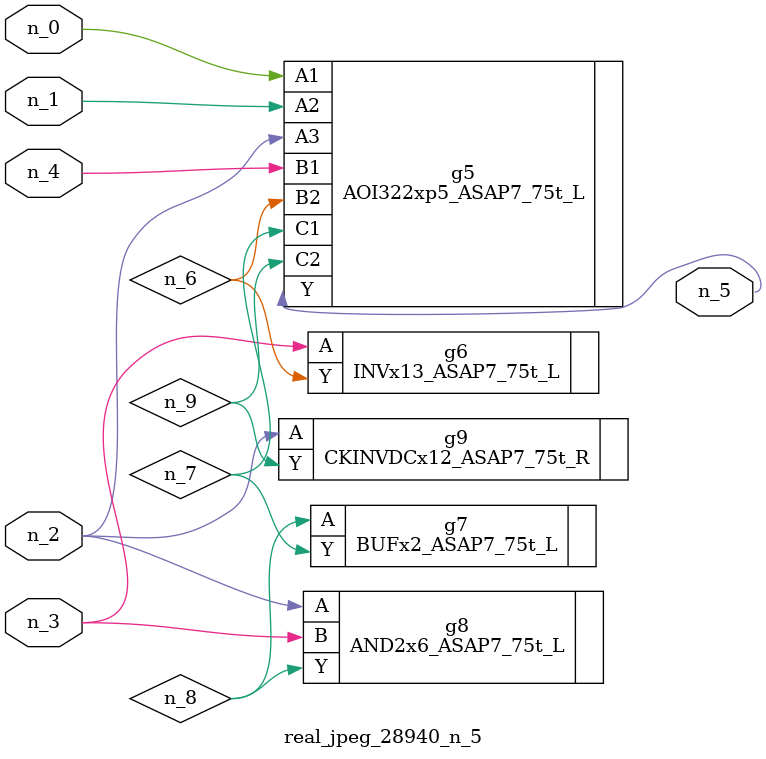
<source format=v>
module real_jpeg_28940_n_5 (n_4, n_0, n_1, n_2, n_3, n_5);

input n_4;
input n_0;
input n_1;
input n_2;
input n_3;

output n_5;

wire n_8;
wire n_6;
wire n_7;
wire n_9;

AOI322xp5_ASAP7_75t_L g5 ( 
.A1(n_0),
.A2(n_1),
.A3(n_2),
.B1(n_4),
.B2(n_6),
.C1(n_7),
.C2(n_9),
.Y(n_5)
);

AND2x6_ASAP7_75t_L g8 ( 
.A(n_2),
.B(n_3),
.Y(n_8)
);

CKINVDCx12_ASAP7_75t_R g9 ( 
.A(n_2),
.Y(n_9)
);

INVx13_ASAP7_75t_L g6 ( 
.A(n_3),
.Y(n_6)
);

BUFx2_ASAP7_75t_L g7 ( 
.A(n_8),
.Y(n_7)
);


endmodule
</source>
